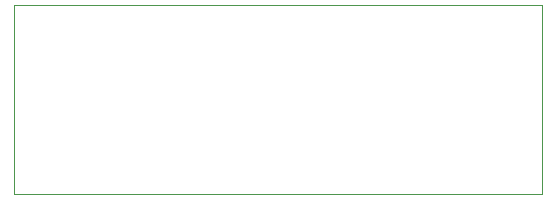
<source format=gbr>
G04 #@! TF.FileFunction,Profile,NP*
%FSLAX46Y46*%
G04 Gerber Fmt 4.6, Leading zero omitted, Abs format (unit mm)*
G04 Created by KiCad (PCBNEW 0.201505031001+5637~23~ubuntu14.04.1-product) date Tue 26 May 2015 22:06:30 BST*
%MOMM*%
G01*
G04 APERTURE LIST*
%ADD10C,0.100000*%
G04 APERTURE END LIST*
D10*
X116750000Y-79000000D02*
X161500000Y-79000000D01*
X116750000Y-95000000D02*
X116750000Y-79000000D01*
X161500000Y-95000000D02*
X116750000Y-95000000D01*
X161500000Y-95000000D02*
X161500000Y-79000000D01*
M02*

</source>
